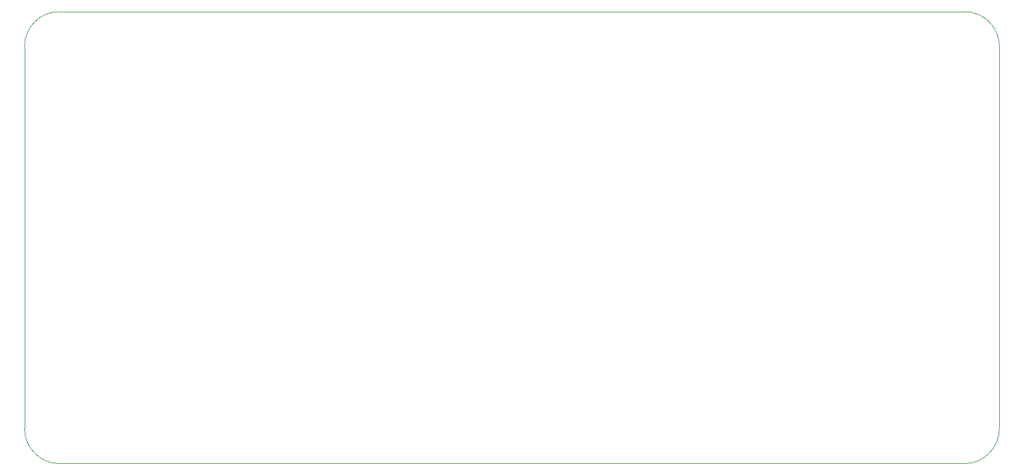
<source format=gbr>
G04 #@! TF.GenerationSoftware,KiCad,Pcbnew,5.1.9-73d0e3b20d~88~ubuntu20.04.1*
G04 #@! TF.CreationDate,2021-04-29T16:24:05+02:00*
G04 #@! TF.ProjectId,HTL Netzger_t,48544c20-4e65-4747-9a67-6572e4742e6b,V2.2*
G04 #@! TF.SameCoordinates,PX5f5e100PY5f5e100*
G04 #@! TF.FileFunction,Profile,NP*
%FSLAX46Y46*%
G04 Gerber Fmt 4.6, Leading zero omitted, Abs format (unit mm)*
G04 Created by KiCad (PCBNEW 5.1.9-73d0e3b20d~88~ubuntu20.04.1) date 2021-04-29 16:24:05*
%MOMM*%
%LPD*%
G01*
G04 APERTURE LIST*
G04 #@! TA.AperFunction,Profile*
%ADD10C,0.050000*%
G04 #@! TD*
G04 APERTURE END LIST*
D10*
X140000000Y5000000D02*
G75*
G02*
X135000000Y0I-5000000J0D01*
G01*
X0Y60000000D02*
G75*
G02*
X5000000Y65000000I5000000J0D01*
G01*
X134999999Y65000000D02*
G75*
G02*
X140000000Y60000000I1J-5000000D01*
G01*
X5000000Y0D02*
G75*
G02*
X0Y5000000I0J5000000D01*
G01*
X5000000Y0D02*
X135000000Y0D01*
X140000000Y5000000D02*
X140000000Y60000000D01*
X135000000Y65000000D02*
X5000000Y65000000D01*
X0Y60000000D02*
X0Y5000000D01*
M02*

</source>
